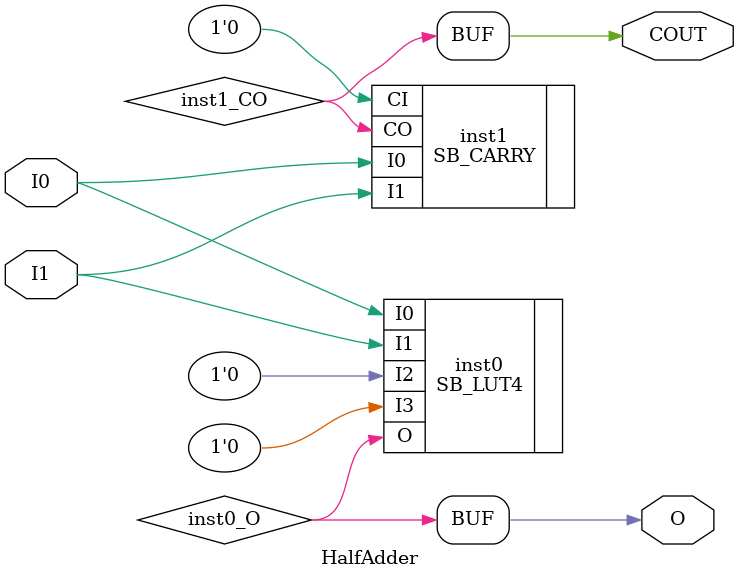
<source format=v>
module HalfAdder (input  I0, input  I1, output  O, output  COUT);
wire  inst0_O;
wire  inst1_CO;
SB_LUT4 #(.LUT_INIT(16'h6666)) inst0 (.I0(I0), .I1(I1), .I2(1'b0), .I3(1'b0), .O(inst0_O));
SB_CARRY inst1 (.I0(I0), .I1(I1), .CI(1'b0), .CO(inst1_CO));
assign O = inst0_O;
assign COUT = inst1_CO;
endmodule


</source>
